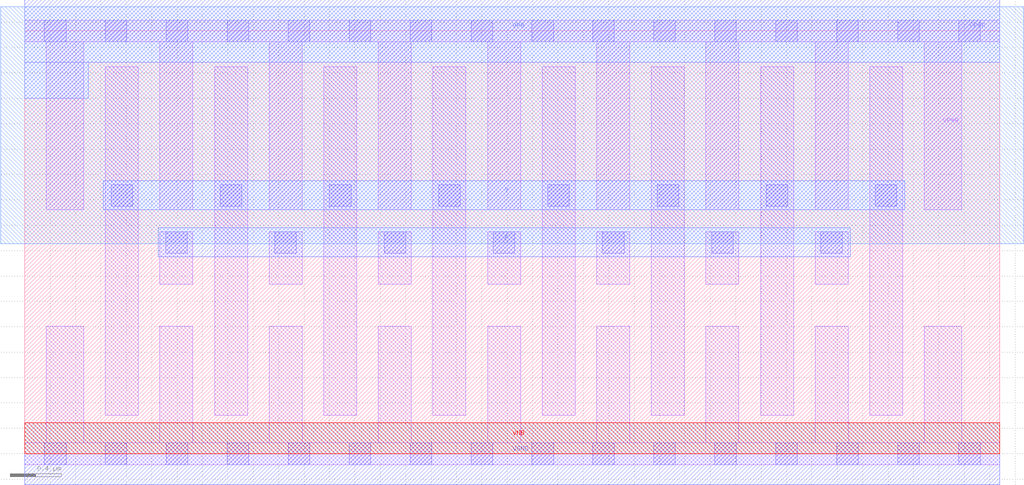
<source format=lef>
# Copyright 2020 The SkyWater PDK Authors
#
# Licensed under the Apache License, Version 2.0 (the "License");
# you may not use this file except in compliance with the License.
# You may obtain a copy of the License at
#
#     https://www.apache.org/licenses/LICENSE-2.0
#
# Unless required by applicable law or agreed to in writing, software
# distributed under the License is distributed on an "AS IS" BASIS,
# WITHOUT WARRANTIES OR CONDITIONS OF ANY KIND, either express or implied.
# See the License for the specific language governing permissions and
# limitations under the License.
#
# SPDX-License-Identifier: Apache-2.0

VERSION 5.7 ;
  NOWIREEXTENSIONATPIN ON ;
  DIVIDERCHAR "/" ;
  BUSBITCHARS "[]" ;
MACRO sky130_fd_sc_lp__inv_16
  CLASS CORE ;
  FOREIGN sky130_fd_sc_lp__inv_16 ;
  ORIGIN  0.000000  0.000000 ;
  SIZE  7.680000 BY  3.330000 ;
  SYMMETRY X Y R90 ;
  SITE unit ;
  PIN A
    ANTENNAGATEAREA  5.040000 ;
    DIRECTION INPUT ;
    USE SIGNAL ;
    PORT
      LAYER met1 ;
        RECT 1.050000 1.550000 6.500000 1.780000 ;
    END
  END A
  PIN Y
    ANTENNADIFFAREA  4.704000 ;
    DIRECTION OUTPUT ;
    USE SIGNAL ;
    PORT
      LAYER met1 ;
        RECT 0.620000 1.920000 6.930000 2.150000 ;
    END
  END Y
  PIN VGND
    DIRECTION INOUT ;
    USE GROUND ;
    PORT
      LAYER met1 ;
        RECT 0.000000 -0.245000 7.680000 0.245000 ;
    END
  END VGND
  PIN VNB
    DIRECTION INOUT ;
    USE GROUND ;
    PORT
      LAYER pwell ;
        RECT 0.000000 0.000000 7.680000 0.245000 ;
    END
  END VNB
  PIN VPB
    DIRECTION INOUT ;
    USE POWER ;
    PORT
      LAYER met1 ;
        RECT 0.000000 2.800000 0.500000 3.085000 ;
        RECT 0.000000 3.085000 7.680000 3.575000 ;
    END
  END VPB
  PIN VPWR
    DIRECTION INOUT ;
    USE POWER ;
    PORT
      LAYER li1 ;
        RECT 0.000000 3.245000 7.680000 3.415000 ;
        RECT 0.170000 1.920000 0.465000 3.245000 ;
        RECT 1.065000 1.920000 1.325000 3.245000 ;
        RECT 1.925000 1.920000 2.185000 3.245000 ;
        RECT 2.785000 1.920000 3.045000 3.245000 ;
        RECT 3.645000 1.920000 3.905000 3.245000 ;
        RECT 4.505000 1.920000 4.765000 3.245000 ;
        RECT 5.365000 1.920000 5.625000 3.245000 ;
        RECT 6.225000 1.920000 6.485000 3.245000 ;
        RECT 7.085000 1.920000 7.380000 3.245000 ;
      LAYER mcon ;
        RECT 0.155000 3.245000 0.325000 3.415000 ;
        RECT 0.635000 3.245000 0.805000 3.415000 ;
        RECT 1.115000 3.245000 1.285000 3.415000 ;
        RECT 1.595000 3.245000 1.765000 3.415000 ;
        RECT 2.075000 3.245000 2.245000 3.415000 ;
        RECT 2.555000 3.245000 2.725000 3.415000 ;
        RECT 3.035000 3.245000 3.205000 3.415000 ;
        RECT 3.515000 3.245000 3.685000 3.415000 ;
        RECT 3.995000 3.245000 4.165000 3.415000 ;
        RECT 4.475000 3.245000 4.645000 3.415000 ;
        RECT 4.955000 3.245000 5.125000 3.415000 ;
        RECT 5.435000 3.245000 5.605000 3.415000 ;
        RECT 5.915000 3.245000 6.085000 3.415000 ;
        RECT 6.395000 3.245000 6.565000 3.415000 ;
        RECT 6.875000 3.245000 7.045000 3.415000 ;
        RECT 7.355000 3.245000 7.525000 3.415000 ;
    END
  END VPWR
  OBS
    LAYER li1 ;
      RECT 0.000000 -0.085000 7.680000 0.085000 ;
      RECT 0.170000  0.085000 0.465000 1.005000 ;
      RECT 0.635000  0.305000 0.895000 3.050000 ;
      RECT 1.065000  0.085000 1.325000 1.005000 ;
      RECT 1.065000  1.335000 1.325000 1.750000 ;
      RECT 1.495000  0.305000 1.755000 3.050000 ;
      RECT 1.925000  0.085000 2.185000 1.005000 ;
      RECT 1.925000  1.335000 2.185000 1.750000 ;
      RECT 2.355000  0.305000 2.615000 3.050000 ;
      RECT 2.785000  0.085000 3.045000 1.005000 ;
      RECT 2.785000  1.335000 3.045000 1.750000 ;
      RECT 3.215000  0.305000 3.475000 3.050000 ;
      RECT 3.645000  0.085000 3.905000 1.005000 ;
      RECT 3.645000  1.335000 3.905000 1.750000 ;
      RECT 4.075000  0.305000 4.335000 3.050000 ;
      RECT 4.505000  0.085000 4.765000 1.005000 ;
      RECT 4.505000  1.335000 4.765000 1.750000 ;
      RECT 4.935000  0.305000 5.195000 3.050000 ;
      RECT 5.365000  0.085000 5.625000 1.005000 ;
      RECT 5.365000  1.335000 5.625000 1.750000 ;
      RECT 5.795000  0.305000 6.055000 3.050000 ;
      RECT 6.225000  0.085000 6.485000 1.005000 ;
      RECT 6.225000  1.335000 6.485000 1.750000 ;
      RECT 6.655000  0.305000 6.915000 3.050000 ;
      RECT 7.085000  0.085000 7.380000 1.005000 ;
    LAYER mcon ;
      RECT 0.155000 -0.085000 0.325000 0.085000 ;
      RECT 0.635000 -0.085000 0.805000 0.085000 ;
      RECT 0.680000  1.950000 0.850000 2.120000 ;
      RECT 1.110000  1.580000 1.280000 1.750000 ;
      RECT 1.115000 -0.085000 1.285000 0.085000 ;
      RECT 1.540000  1.950000 1.710000 2.120000 ;
      RECT 1.595000 -0.085000 1.765000 0.085000 ;
      RECT 1.970000  1.580000 2.140000 1.750000 ;
      RECT 2.075000 -0.085000 2.245000 0.085000 ;
      RECT 2.400000  1.950000 2.570000 2.120000 ;
      RECT 2.555000 -0.085000 2.725000 0.085000 ;
      RECT 2.830000  1.580000 3.000000 1.750000 ;
      RECT 3.035000 -0.085000 3.205000 0.085000 ;
      RECT 3.260000  1.950000 3.430000 2.120000 ;
      RECT 3.515000 -0.085000 3.685000 0.085000 ;
      RECT 3.690000  1.580000 3.860000 1.750000 ;
      RECT 3.995000 -0.085000 4.165000 0.085000 ;
      RECT 4.120000  1.950000 4.290000 2.120000 ;
      RECT 4.475000 -0.085000 4.645000 0.085000 ;
      RECT 4.550000  1.580000 4.720000 1.750000 ;
      RECT 4.955000 -0.085000 5.125000 0.085000 ;
      RECT 4.980000  1.950000 5.150000 2.120000 ;
      RECT 5.410000  1.580000 5.580000 1.750000 ;
      RECT 5.435000 -0.085000 5.605000 0.085000 ;
      RECT 5.840000  1.950000 6.010000 2.120000 ;
      RECT 5.915000 -0.085000 6.085000 0.085000 ;
      RECT 6.270000  1.580000 6.440000 1.750000 ;
      RECT 6.395000 -0.085000 6.565000 0.085000 ;
      RECT 6.700000  1.950000 6.870000 2.120000 ;
      RECT 6.875000 -0.085000 7.045000 0.085000 ;
      RECT 7.355000 -0.085000 7.525000 0.085000 ;
    LAYER nwell ;
      RECT -0.190000 1.655000 7.870000 3.520000 ;
  END
END sky130_fd_sc_lp__inv_16
END LIBRARY

</source>
